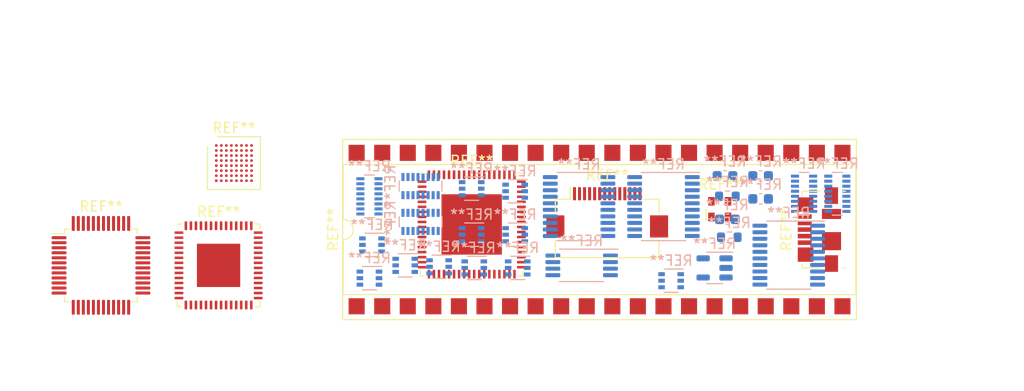
<source format=kicad_pcb>
(kicad_pcb (version 20211014) (generator pcbnew)
  (layers (0 "F.Cu" signal) (31 "B.Cu" signal) (34 "B.Paste" user) (35 "F.Paste" user) (36 "B.SilkS" user "B.Silkscreen") (37 "F.SilkS" user "F.Silkscreen") (38 "B.Mask" user) (39 "F.Mask" user) (44 "Edge.Cuts" user))
  (net 0 "")
  (footprint "Package_DIP:DIP-40_W15.24mm_SMDSocket_SmallPads" (layer "F.Cu") (at 132.08 119.38 90)
    (fp_text reference "REF**")
    (fp_text value "DIP-40_W15.24mm_SMDSocket_SmallPads")
  )
  (footprint "Package_BGA:TFBGA-64_5x5mm_Layout8x8_P0.5mm" (layer "F.Cu") (at 95.758 112.776)
    (fp_text reference "REF**")
    (fp_text value "TFBGA-64_5x5mm_Layout8x8_P0.5mm")
  )
  (footprint "Package_QFP:LQFP-48_7x7mm_P0.5mm" (layer "F.Cu") (at 82.55 122.936)
    (fp_text reference "REF**")
    (fp_text value "LQFP-48_7x7mm_P0.5mm")
  )
  (footprint "Package_DFN_QFN:QFN-72-1EP_10x10mm_P0.5mm_EP6x6mm" (layer "F.Cu") (at 119.38 118.872)
    (fp_text reference "REF**")
    (fp_text value "QFN-72-1EP_10x10mm_P0.5mm_EP6x6mm")
  )
  (footprint "Package_DFN_QFN:QFN-56-1EP_8x8mm_P0.5mm_EP4.3x4.3mm" (layer "F.Cu") (at 94.234 122.936)
    (fp_text reference "REF**")
    (fp_text value "QFN-56-1EP_8x8mm_P0.5mm_EP4.3x4.3mm")
  )
  (footprint "Connector_USB:USB_Micro-B_Molex_47346-0001" (layer "F.Cu") (at 153.924 119.38 90)
    (fp_text reference "REF**")
    (fp_text value "USB_Micro-B_Molex_47346-0001")
  )
  (footprint "Oscillator:Oscillator_SMD_Abracon_ASDMB-4Pin_2.5x2.0mm" (layer "F.Cu") (at 144.018 117.348)
    (fp_text reference "REF**")
    (fp_text value "Oscillator_SMD_Abracon_ASDMB-4Pin_2.5x2.0mm")
  )
  (footprint "Connector_FFC-FPC:Hirose_FH12-14S-0.5SH_1x14-1MP_P0.50mm_Horizontal" (layer "F.Cu") (at 132.842 117.668)
    (fp_text reference "REF**")
    (fp_text value "Hirose_FH12-14S-0.5SH_1x14-1MP_P0.50mm_Horizontal")
  )
  (footprint "Resistor_SMD:R_Array_Convex_8x0602" (layer "B.Cu") (at 109.22 116.078 180)
    (fp_text reference "REF**")
    (fp_text value "R_Array_Convex_8x0602")
  )
  (footprint "Package_SO:TSSOP-8_4.4x3mm_P0.65mm" (layer "B.Cu") (at 130.302 122.936 180)
    (fp_text reference "REF**")
    (fp_text value "TSSOP-8_4.4x3mm_P0.65mm")
  )
  (footprint "Package_SO:TSSOP-20_4.4x6.5mm_P0.65mm" (layer "B.Cu") (at 138.43 117.094 180)
    (fp_text reference "REF**")
    (fp_text value "TSSOP-20_4.4x6.5mm_P0.65mm")
  )
  (footprint "Package_SO:TSSOP-20_4.4x6.5mm_P0.65mm" (layer "B.Cu") (at 130.048 117.094 180)
    (fp_text reference "REF**")
    (fp_text value "TSSOP-20_4.4x6.5mm_P0.65mm")
  )
  (footprint "Package_TO_SOT_SMD:SOT-363_SC-70-6" (layer "B.Cu") (at 119.38 119.888 180)
    (fp_text reference "REF**")
    (fp_text value "SOT-363_SC-70-6")
  )
  (footprint "Resistor_SMD:R_Array_Convex_8x0602" (layer "B.Cu") (at 114.3 115.062 -90)
    (fp_text reference "REF**")
    (fp_text value "R_Array_Convex_8x0602")
  )
  (footprint "Resistor_SMD:R_Array_Convex_8x0602" (layer "B.Cu") (at 155.702 115.824 180)
    (fp_text reference "REF**")
    (fp_text value "R_Array_Convex_8x0602")
  )
  (footprint "Package_TO_SOT_SMD:SOT-363_SC-70-6" (layer "B.Cu") (at 109.22 124.206 180)
    (fp_text reference "REF**")
    (fp_text value "SOT-363_SC-70-6")
  )
  (footprint "Package_TO_SOT_SMD:SOT-363_SC-70-6" (layer "B.Cu") (at 112.776 122.936 180)
    (fp_text reference "REF**")
    (fp_text value "SOT-363_SC-70-6")
  )
  (footprint "Capacitor_SMD:C_0603_1608Metric" (layer "B.Cu") (at 144.78 118.364 180)
    (fp_text reference "REF**")
    (fp_text value "C_0603_1608Metric")
  )
  (footprint "Package_TO_SOT_SMD:SOT-363_SC-70-6" (layer "B.Cu") (at 119.38 115.316 180)
    (fp_text reference "REF**")
    (fp_text value "SOT-363_SC-70-6")
  )
  (footprint "Resistor_SMD:R_Array_Convex_8x0602" (layer "B.Cu") (at 114.3 118.618 -90)
    (fp_text reference "REF**")
    (fp_text value "R_Array_Convex_8x0602")
  )
  (footprint "Resistor_SMD:R_0603_1608Metric" (layer "B.Cu") (at 144.971 120.142 180)
    (fp_text reference "REF**")
    (fp_text value "R_0603_1608Metric")
  )
  (footprint "Package_TO_SOT_SMD:SOT-363_SC-70-6" (layer "B.Cu") (at 139.192 124.46 180)
    (fp_text reference "REF**")
    (fp_text value "SOT-363_SC-70-6")
  )
  (footprint "Capacitor_SMD:C_0603_1608Metric" (layer "B.Cu") (at 144.539 114.046 180)
    (fp_text reference "REF**")
    (fp_text value "C_0603_1608Metric")
  )
  (footprint "Capacitor_SMD:C_0603_1608Metric" (layer "B.Cu") (at 148.082 114.046 180)
    (fp_text reference "REF**")
    (fp_text value "C_0603_1608Metric")
  )
  (footprint "Package_TO_SOT_SMD:SOT-23-5" (layer "B.Cu") (at 143.51 123.19 180)
    (fp_text reference "REF**")
    (fp_text value "SOT-23-5")
  )
  (footprint "Package_SO:TSSOP-20_4.4x6.5mm_P0.65mm" (layer "B.Cu") (at 150.876 121.92 180)
    (fp_text reference "REF**")
    (fp_text value "TSSOP-20_4.4x6.5mm_P0.65mm")
  )
  (footprint "Package_TO_SOT_SMD:SOT-363_SC-70-6" (layer "B.Cu") (at 109.474 120.904 180)
    (fp_text reference "REF**")
    (fp_text value "SOT-363_SC-70-6")
  )
  (footprint "Package_TO_SOT_SMD:SOT-363_SC-70-6" (layer "B.Cu") (at 123.698 115.57 180)
    (fp_text reference "REF**")
    (fp_text value "SOT-363_SC-70-6")
  )
  (footprint "Package_TO_SOT_SMD:SOT-363_SC-70-6" (layer "B.Cu") (at 116.144 123.078 180)
    (fp_text reference "REF**")
    (fp_text value "SOT-363_SC-70-6")
  )
  (footprint "Resistor_SMD:R_Array_Convex_8x0602" (layer "B.Cu") (at 152.4 115.824 180)
    (fp_text reference "REF**")
    (fp_text value "R_Array_Convex_8x0602")
  )
  (footprint "Capacitor_SMD:C_0603_1608Metric" (layer "B.Cu") (at 148.082 116.332 180)
    (fp_text reference "REF**")
    (fp_text value "C_0603_1608Metric")
  )
  (footprint "Package_TO_SOT_SMD:SOT-363_SC-70-6" (layer "B.Cu") (at 119.634 123.19 180)
    (fp_text reference "REF**")
    (fp_text value "SOT-363_SC-70-6")
  )
  (footprint "Package_TO_SOT_SMD:SOT-363_SC-70-6" (layer "B.Cu") (at 123.698 119.888 180)
    (fp_text reference "REF**")
    (fp_text value "SOT-363_SC-70-6")
  )
  (footprint "Package_TO_SOT_SMD:SOT-363_SC-70-6" (layer "B.Cu") (at 123.952 123.19 180)
    (fp_text reference "REF**")
    (fp_text value "SOT-363_SC-70-6")
  )
  (footprint "Resistor_SMD:R_0603_1608Metric" (layer "B.Cu") (at 144.78 116.078 180)
    (fp_text reference "REF**")
    (fp_text value "R_0603_1608Metric")
  )
)
</source>
